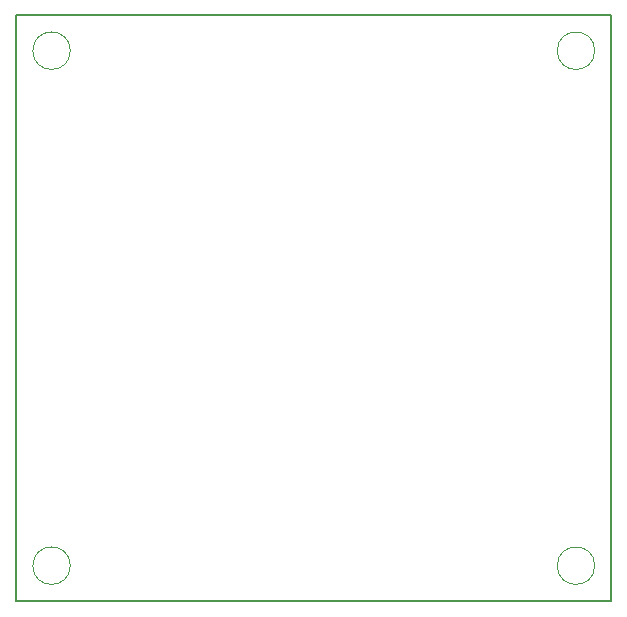
<source format=gbr>
%TF.GenerationSoftware,KiCad,Pcbnew,8.0.1-rc1*%
%TF.CreationDate,2024-05-12T16:22:44-07:00*%
%TF.ProjectId,Automotive Monitoring System CANBus Sensor,4175746f-6d6f-4746-9976-65204d6f6e69,rev?*%
%TF.SameCoordinates,Original*%
%TF.FileFunction,Profile,NP*%
%FSLAX46Y46*%
G04 Gerber Fmt 4.6, Leading zero omitted, Abs format (unit mm)*
G04 Created by KiCad (PCBNEW 8.0.1-rc1) date 2024-05-12 16:22:44*
%MOMM*%
%LPD*%
G01*
G04 APERTURE LIST*
%TA.AperFunction,Profile*%
%ADD10C,0.100000*%
%TD*%
%TA.AperFunction,Profile*%
%ADD11C,0.200000*%
%TD*%
G04 APERTURE END LIST*
D10*
X148987500Y-97000000D02*
G75*
G02*
X145812500Y-97000000I-1587500J0D01*
G01*
X145812500Y-97000000D02*
G75*
G02*
X148987500Y-97000000I1587500J0D01*
G01*
D11*
X100000000Y-50400000D02*
X100000000Y-100000000D01*
X100000000Y-50400000D02*
X150400000Y-50400000D01*
D10*
X104587500Y-53400000D02*
G75*
G02*
X101412500Y-53400000I-1587500J0D01*
G01*
X101412500Y-53400000D02*
G75*
G02*
X104587500Y-53400000I1587500J0D01*
G01*
X104587500Y-97000000D02*
G75*
G02*
X101412500Y-97000000I-1587500J0D01*
G01*
X101412500Y-97000000D02*
G75*
G02*
X104587500Y-97000000I1587500J0D01*
G01*
D11*
X100000000Y-100000000D02*
X150400000Y-100000000D01*
X150400000Y-50400000D02*
X150400000Y-100000000D01*
D10*
X148987500Y-53400000D02*
G75*
G02*
X145812500Y-53400000I-1587500J0D01*
G01*
X145812500Y-53400000D02*
G75*
G02*
X148987500Y-53400000I1587500J0D01*
G01*
M02*

</source>
